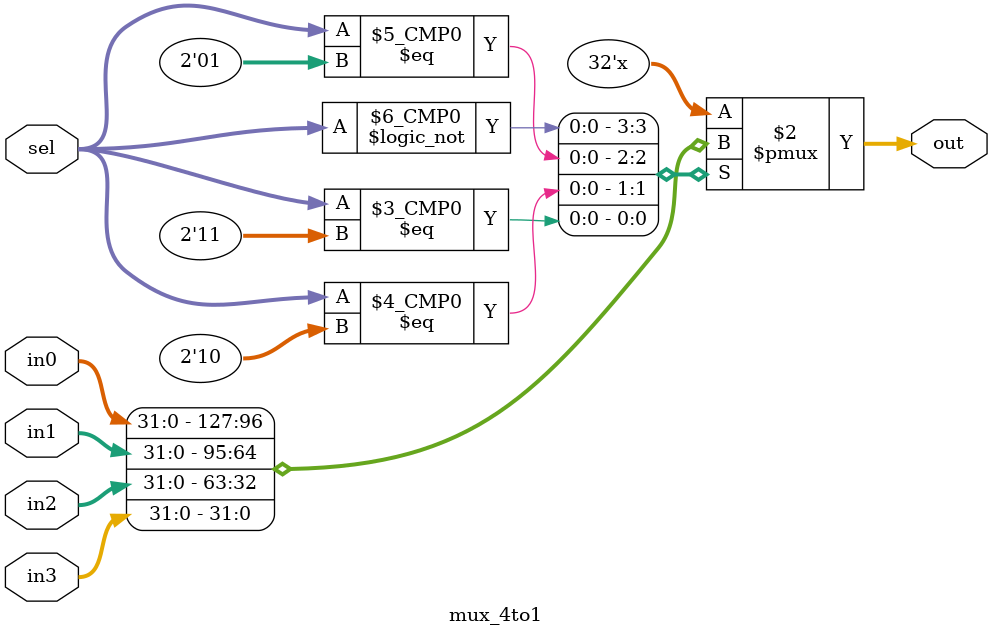
<source format=v>
module mux_4to1
(
    input [1 : 0] sel,
    input [31 : 0] in0,
    input [31 : 0] in1,
    input [31 : 0] in2,
    input [31 : 0] in3,
    output reg [31 : 0] out
);

always @(*) begin
    case (sel)
        2'b00: out = in0;
        2'b01: out = in1;
        2'b10: out = in2;
        2'b11: out = in3;
        default: out = 32'h0;
    endcase
end

endmodule
</source>
